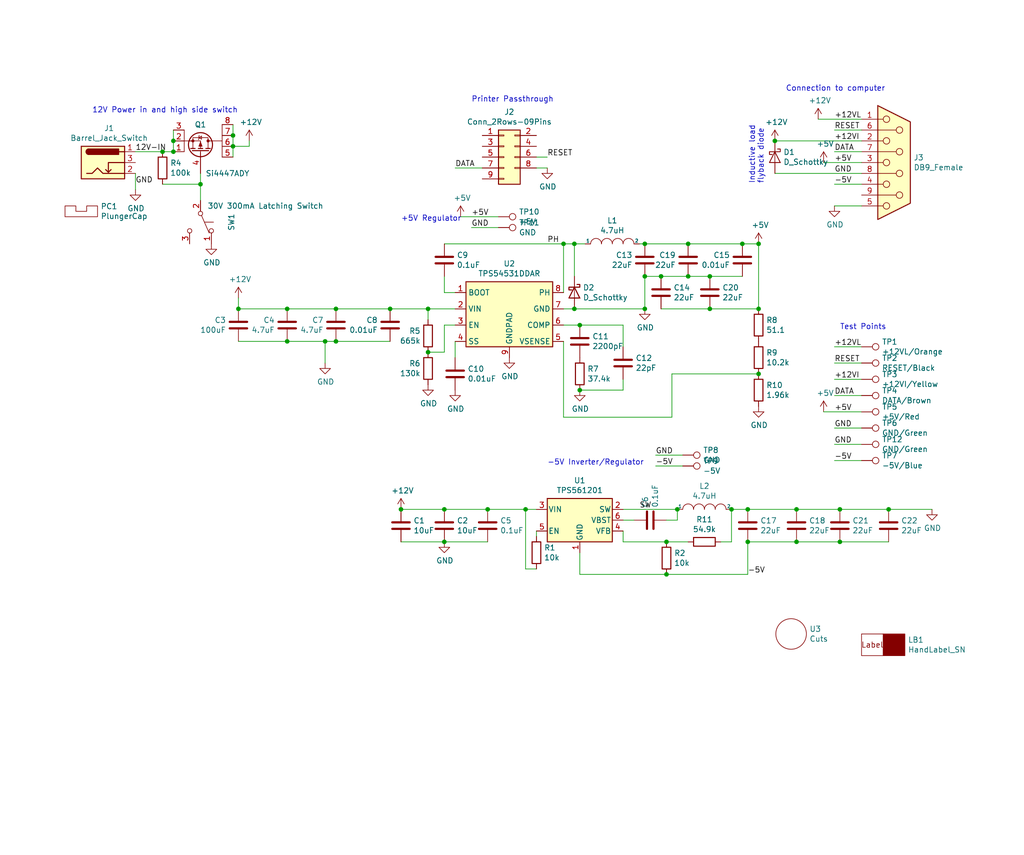
<source format=kicad_sch>
(kicad_sch (version 20211123) (generator eeschema)
  (paper "User" 240.005 200.381)
  (title_block (title "AdamPSU") (date "2019-10-23") (rev "1") (company "AkBKukU"))
  (lib_symbols
    (symbol "Connector:TestPoint" (pin_numbers hide) (pin_names (offset 0.762) hide)
      (property "Reference" "TP" (at 0 6.858 0))
      (property "Value" "TestPoint" (at 0 5.08 0))
      (symbol "TestPoint_1_1"
        (pin passive line (at 0 0 90) (length 2.54) (name "1") (number "1"))
      )
    )
    (symbol "Custom:Cuts" (pin_names (offset 1.016))
      (property "Reference" "U" (at 0 0 0))
      (property "Value" "Cuts" (at 0 -1.27 0))
    )
    (symbol "Custom:HandLabel_SN" (pin_names (offset 1.016))
      (property "Reference" "LB" (at 0 -5.08 0))
      (property "Value" "HandLabel_SN" (at 0 5.08 0))
      (symbol "HandLabel_SN_0_0"
        (text "Label" (at -2.54 0 0) (effects (font (size 1.27 1.27))))
      )
    )
    (symbol "Custom:PlungerCap" (pin_names (offset 1.016))
      (property "Reference" "PC" (at -6.35 0 0))
      (property "Value" "PlungerCap" (at 2.54 -2.54 0))
    )
    (symbol "Custom:Si4447ADY" (pin_names (offset 0) hide)
      (property "Reference" "Q" (at 5.08 1.27 0))
      (property "Value" "Si4447ADY" (at 5.08 -1.27 0))
      (symbol "Si4447ADY_0_0"
        (pin passive line (at 3.81 -7.62 90) (length 2.54) (name "D") (number "7"))
        (pin passive line (at 6.35 -7.62 90) (length 2.54) (name "D") (number "8"))
      )
      (symbol "Si4447ADY_1_1"
        (pin passive line (at 0 6.35 270) (length 2.54) (name "S") (number "1"))
        (pin passive line (at 2.54 6.35 270) (length 2.54) (name "S") (number "2"))
        (pin passive line (at 5.08 6.35 270) (length 2.54) (name "S") (number "3"))
        (pin input line (at -5.08 0 0) (length 5.0038) (name "G") (number "4"))
        (pin passive line (at -1.27 -7.62 90) (length 2.54) (name "D") (number "5"))
        (pin passive line (at 1.27 -7.62 90) (length 2.54) (name "D") (number "6"))
      )
    )
    (symbol "Custom:TPS54531DDAR"
      (property "Reference" "U" (at -10.16 8.89 0))
      (property "Value" "TPS54531DDAR" (at -1.27 8.89 0))
      (symbol "TPS54531DDAR_1_1"
        (pin output line (at -12.7 5.08 0) (length 2.54) (name "BOOT") (number "1"))
        (pin power_in line (at -12.7 1.27 0) (length 2.54) (name "VIN") (number "2"))
        (pin input line (at -12.7 -2.54 0) (length 2.54) (name "EN") (number "3"))
        (pin input line (at -12.7 -6.35 0) (length 2.54) (name "SS") (number "4"))
        (pin input line (at 12.7 -6.35 180) (length 2.54) (name "VSENSE") (number "5"))
        (pin output line (at 12.7 -2.54 180) (length 2.54) (name "COMP") (number "6"))
        (pin power_in line (at 12.7 1.27 180) (length 2.54) (name "GND") (number "7"))
        (pin power_out line (at 12.7 5.08 180) (length 2.54) (name "PH") (number "8"))
        (pin power_in line (at 0 -10.16 90) (length 2.54) (name "GNDPAD") (number "9"))
      )
    )
    (symbol "Custom:TPS561201" (pin_names (offset 0.254))
      (property "Reference" "U" (at -7.62 6.35 0))
      (property "Value" "TPS561201" (at -2.54 6.35 0))
      (symbol "TPS561201_1_1"
        (pin power_in line (at 0 -7.62 90) (length 2.54) (name "GND") (number "1"))
        (pin output line (at 10.16 2.54 180) (length 2.54) (name "SW") (number "2"))
        (pin power_in line (at -10.16 2.54 0) (length 2.54) (name "VIN") (number "3"))
        (pin input line (at 10.16 -2.54 180) (length 2.54) (name "VFB") (number "4"))
        (pin input line (at -10.16 -2.54 0) (length 2.54) (name "EN") (number "5"))
        (pin input line (at 10.16 0 180) (length 2.54) (name "VBST") (number "6"))
      )
    )
    (symbol "Device:C" (pin_numbers hide) (pin_names (offset 0.254))
      (property "Reference" "C" (at 0.635 2.54 0))
      (property "Value" "C" (at 0.635 -2.54 0))
      (symbol "C_1_1"
        (pin passive line (at 0 3.81 270) (length 2.794) (name "~") (number "1"))
        (pin passive line (at 0 -3.81 90) (length 2.794) (name "~") (number "2"))
      )
    )
    (symbol "Device:D_Schottky" (pin_numbers hide) (pin_names (offset 1.016) hide)
      (property "Reference" "D" (at 0 2.54 0))
      (property "Value" "D_Schottky" (at 0 -2.54 0))
      (symbol "D_Schottky_1_1"
        (pin passive line (at -3.81 0 0) (length 2.54) (name "K") (number "1"))
        (pin passive line (at 3.81 0 180) (length 2.54) (name "A") (number "2"))
      )
    )
    (symbol "Device:R" (pin_numbers hide) (pin_names (offset 0))
      (property "Reference" "R" (at 2.032 0 90))
      (property "Value" "R" (at 0 0 90))
      (symbol "R_1_1"
        (pin passive line (at 0 3.81 270) (length 1.27) (name "~") (number "1"))
        (pin passive line (at 0 -3.81 90) (length 1.27) (name "~") (number "2"))
      )
    )
    (symbol "adampsu-rescue:+12V-power" (power) (pin_names (offset 0))
      (property "Value" "+12V-power" (at 0 3.556 0))
      (symbol "+12V-power_1_1"
        (pin power_in line (at 0 0 90) (length 0) hide (name "+12V") (number "1"))
      )
    )
    (symbol "adampsu-rescue:+5V-power" (power) (pin_names (offset 0))
      (property "Value" "+5V-power" (at 0 3.556 0))
      (symbol "+5V-power_1_1"
        (pin power_in line (at 0 0 90) (length 0) hide (name "+5V") (number "1"))
      )
    )
    (symbol "adampsu-rescue:B240-Diode" (pin_numbers hide) (pin_names (offset 1.016) hide)
      (property "Reference" "D" (at 0 2.54 0))
      (property "Value" "B240-Diode" (at 0 -2.54 0))
      (symbol "B240-Diode_1_1"
        (pin passive line (at -3.81 0 0) (length 2.54) (name "K") (number "1"))
        (pin passive line (at 3.81 0 180) (length 2.54) (name "A") (number "2"))
      )
    )
    (symbol "adampsu-rescue:Barrel_Jack_Switch-Connector" (pin_names hide)
      (property "Reference" "J" (at 0 5.334 0))
      (property "Value" "Barrel_Jack_Switch-Connector" (at 0 -5.08 0))
      (symbol "Barrel_Jack_Switch-Connector_1_1"
        (pin passive line (at 7.62 2.54 180) (length 2.54) (name "~") (number "1"))
        (pin passive line (at 7.62 -2.54 180) (length 2.54) (name "~") (number "2"))
        (pin passive line (at 7.62 0 180) (length 2.54) (name "~") (number "3"))
      )
    )
    (symbol "adampsu-rescue:C-Device" (pin_numbers hide) (pin_names (offset 0.254))
      (property "Reference" "C" (at 0.635 2.54 0))
      (property "Value" "C-Device" (at 0.635 -2.54 0))
      (symbol "C-Device_1_1"
        (pin passive line (at 0 3.81 270) (length 2.794) (name "~") (number "1"))
        (pin passive line (at 0 -3.81 90) (length 2.794) (name "~") (number "2"))
      )
    )
    (symbol "adampsu-rescue:Conn_2Rows-09Pins-Connector_Generic" (pin_names (offset 1.016) hide)
      (property "Reference" "J" (at 1.27 7.62 0))
      (property "Value" "Conn_2Rows-09Pins-Connector_Generic" (at 1.27 -7.62 0))
      (symbol "Conn_2Rows-09Pins-Connector_Generic_1_1"
        (pin passive line (at -5.08 5.08 0) (length 3.81) (name "Pin_1") (number "1"))
        (pin passive line (at 7.62 5.08 180) (length 3.81) (name "Pin_2") (number "2"))
        (pin passive line (at -5.08 2.54 0) (length 3.81) (name "Pin_3") (number "3"))
        (pin passive line (at 7.62 2.54 180) (length 3.81) (name "Pin_4") (number "4"))
        (pin passive line (at -5.08 0 0) (length 3.81) (name "Pin_5") (number "5"))
        (pin passive line (at 7.62 0 180) (length 3.81) (name "Pin_6") (number "6"))
        (pin passive line (at -5.08 -2.54 0) (length 3.81) (name "Pin_7") (number "7"))
        (pin passive line (at 7.62 -2.54 180) (length 3.81) (name "Pin_8") (number "8"))
        (pin passive line (at -5.08 -5.08 0) (length 3.81) (name "Pin_9") (number "9"))
      )
    )
    (symbol "adampsu-rescue:DB9_Female-Connector" (pin_names (offset 1.016) hide)
      (property "Reference" "J" (at 0 13.97 0))
      (property "Value" "DB9_Female-Connector" (at 0 -14.605 0))
      (symbol "DB9_Female-Connector_1_1"
        (pin passive line (at -7.62 10.16 0) (length 3.81) (name "1") (number "1"))
        (pin passive line (at -7.62 5.08 0) (length 3.81) (name "2") (number "2"))
        (pin passive line (at -7.62 0 0) (length 3.81) (name "3") (number "3"))
        (pin passive line (at -7.62 -5.08 0) (length 3.81) (name "4") (number "4"))
        (pin passive line (at -7.62 -10.16 0) (length 3.81) (name "5") (number "5"))
        (pin passive line (at -7.62 7.62 0) (length 3.81) (name "6") (number "6"))
        (pin passive line (at -7.62 2.54 0) (length 3.81) (name "7") (number "7"))
        (pin passive line (at -7.62 -2.54 0) (length 3.81) (name "8") (number "8"))
        (pin passive line (at -7.62 -7.62 0) (length 3.81) (name "9") (number "9"))
      )
    )
    (symbol "adampsu-rescue:GND-power" (power) (pin_names (offset 0))
      (property "Value" "GND-power" (at 0 -3.81 0))
      (symbol "GND-power_1_1"
        (pin power_in line (at 0 0 270) (length 0) hide (name "GND") (number "1"))
      )
    )
    (symbol "adampsu-rescue:SW_Push_SPDT-Switch" (pin_names (offset 0) hide)
      (property "Reference" "SW" (at 0 4.318 0))
      (property "Value" "SW_Push_SPDT-Switch" (at 0 -5.08 0))
      (symbol "SW_Push_SPDT-Switch_1_1"
        (pin passive line (at 5.08 2.54 180) (length 2.54) (name "A") (number "1"))
        (pin passive line (at -5.08 0 0) (length 2.54) (name "B") (number "2"))
        (pin passive line (at 5.08 -2.54 180) (length 2.54) (name "C") (number "3"))
      )
    )
    (symbol "power:+5V" (power) (pin_names (offset 0))
      (property "Value" "+5V" (at 0 3.556 0))
      (symbol "+5V_1_1"
        (pin power_in line (at 0 0 90) (length 0) hide (name "+5V") (number "1"))
      )
    )
    (symbol "power:GND" (power) (pin_names (offset 0))
      (property "Value" "GND" (at 0 -3.81 0))
      (symbol "GND_1_1"
        (pin power_in line (at 0 0 270) (length 0) hide (name "GND") (number "1"))
      )
    )
    (symbol "pspice:INDUCTOR" (pin_numbers hide) (pin_names (offset 0))
      (property "Reference" "L" (at 0 2.54 0))
      (property "Value" "INDUCTOR" (at 0 -1.27 0))
      (symbol "INDUCTOR_1_1"
        (pin input line (at -6.35 0 0) (length 1.27) (name "1") (number "1"))
        (pin input line (at 6.35 0 180) (length 1.27) (name "2") (number "2"))
      )
    )
  )
  (junction (at 177.8 57.15))
  (junction (at 40.64 35.56))
  (junction (at 166.37 64.77))
  (junction (at 158.75 119.38))
  (junction (at 173.99 57.15))
  (junction (at 186.69 119.38))
  (junction (at 177.8 72.39))
  (junction (at 114.3 119.38))
  (junction (at 196.85 127))
  (junction (at 151.13 72.39))
  (junction (at 134.62 72.39))
  (junction (at 55.88 72.39))
  (junction (at 54.61 31.75))
  (junction (at 123.19 119.38))
  (junction (at 76.2 80.01))
  (junction (at 78.74 72.39))
  (junction (at 78.74 80.01))
  (junction (at 104.14 119.38))
  (junction (at 132.08 57.15))
  (junction (at 38.1 35.56))
  (junction (at 161.29 57.15))
  (junction (at 208.28 119.38))
  (junction (at 181.61 33.02))
  (junction (at 67.31 72.39))
  (junction (at 161.29 64.77))
  (junction (at 186.69 127))
  (junction (at 91.44 72.39))
  (junction (at 54.61 34.29))
  (junction (at 156.21 127))
  (junction (at 171.45 119.38))
  (junction (at 93.98 119.38))
  (junction (at 196.85 119.38))
  (junction (at 104.14 127))
  (junction (at 134.62 57.15))
  (junction (at 175.26 119.38))
  (junction (at 100.33 82.55))
  (junction (at 156.21 134.62))
  (junction (at 135.89 76.2))
  (junction (at 175.26 127))
  (junction (at 46.99 43.18))
  (junction (at 177.8 87.63))
  (junction (at 100.33 72.39))
  (junction (at 154.94 64.77))
  (junction (at 135.89 91.44))
  (junction (at 40.64 33.02))
  (junction (at 151.13 64.77))
  (junction (at 166.37 72.39))
  (junction (at 151.13 57.15))
  (junction (at 67.31 80.01))
  (wire (pts (xy 78.74 72.39) (xy 67.31 72.39)))
  (wire (pts (xy 123.19 133.35) (xy 123.19 119.38)))
  (wire (pts (xy 114.3 127) (xy 104.14 127)))
  (wire (pts (xy 201.93 48.26) (xy 195.58 48.26)))
  (wire (pts (xy 201.93 81.28) (xy 195.58 81.28)))
  (wire (pts (xy 177.8 72.39) (xy 166.37 72.39)))
  (wire (pts (xy 201.93 85.09) (xy 195.58 85.09)))
  (wire (pts (xy 55.88 69.85) (xy 55.88 72.39)))
  (wire (pts (xy 166.37 64.77) (xy 173.99 64.77)))
  (wire (pts (xy 91.44 80.01) (xy 78.74 80.01)))
  (wire (pts (xy 157.48 97.79) (xy 132.08 97.79)))
  (wire (pts (xy 208.28 127) (xy 196.85 127)))
  (wire (pts (xy 76.2 80.01) (xy 78.74 80.01)))
  (wire (pts (xy 186.69 119.38) (xy 196.85 119.38)))
  (wire (pts (xy 46.99 43.18) (xy 46.99 46.99)))
  (wire (pts (xy 114.3 119.38) (xy 123.19 119.38)))
  (wire (pts (xy 106.68 39.37) (xy 113.03 39.37)))
  (wire (pts (xy 171.45 119.38) (xy 175.26 119.38)))
  (wire (pts (xy 107.95 50.8) (xy 116.84 50.8)))
  (wire (pts (xy 54.61 29.21) (xy 54.61 31.75)))
  (wire (pts (xy 31.75 35.56) (xy 38.1 35.56)))
  (wire (pts (xy 135.89 76.2) (xy 146.05 76.2)))
  (wire (pts (xy 175.26 119.38) (xy 186.69 119.38)))
  (wire (pts (xy 58.42 34.29) (xy 58.42 33.02)))
  (wire (pts (xy 156.21 121.92) (xy 158.75 121.92)))
  (wire (pts (xy 154.94 64.77) (xy 161.29 64.77)))
  (wire (pts (xy 54.61 31.75) (xy 54.61 34.29)))
  (wire (pts (xy 201.93 107.95) (xy 195.58 107.95)))
  (wire (pts (xy 177.8 87.63) (xy 157.48 87.63)))
  (wire (pts (xy 181.61 33.02) (xy 201.93 33.02)))
  (wire (pts (xy 201.93 43.18) (xy 195.58 43.18)))
  (wire (pts (xy 135.89 134.62) (xy 135.89 129.54)))
  (wire (pts (xy 156.21 127) (xy 146.05 127)))
  (wire (pts (xy 104.14 119.38) (xy 114.3 119.38)))
  (wire (pts (xy 125.73 39.37) (xy 128.27 39.37)))
  (wire (pts (xy 104.14 68.58) (xy 106.68 68.58)))
  (wire (pts (xy 151.13 57.15) (xy 161.29 57.15)))
  (wire (pts (xy 125.73 36.83) (xy 128.27 36.83)))
  (wire (pts (xy 40.64 33.02) (xy 40.64 35.56)))
  (wire (pts (xy 196.85 119.38) (xy 208.28 119.38)))
  (wire (pts (xy 123.19 119.38) (xy 125.73 119.38)))
  (wire (pts (xy 132.08 57.15) (xy 132.08 68.58)))
  (wire (pts (xy 195.58 104.14) (xy 201.93 104.14)))
  (wire (pts (xy 161.29 64.77) (xy 166.37 64.77)))
  (wire (pts (xy 208.28 119.38) (xy 218.44 119.38)))
  (wire (pts (xy 104.14 127) (xy 93.98 127)))
  (wire (pts (xy 54.61 34.29) (xy 54.61 36.83)))
  (wire (pts (xy 146.05 88.9) (xy 146.05 91.44)))
  (wire (pts (xy 201.93 35.56) (xy 195.58 35.56)))
  (wire (pts (xy 177.8 57.15) (xy 177.8 72.39)))
  (wire (pts (xy 193.04 38.1) (xy 201.93 38.1)))
  (wire (pts (xy 78.74 72.39) (xy 91.44 72.39)))
  (wire (pts (xy 132.08 80.01) (xy 132.08 97.79)))
  (wire (pts (xy 125.73 124.46) (xy 125.73 125.73)))
  (wire (pts (xy 161.29 127) (xy 156.21 127)))
  (wire (pts (xy 132.08 72.39) (xy 134.62 72.39)))
  (wire (pts (xy 67.31 80.01) (xy 76.2 80.01)))
  (wire (pts (xy 54.61 34.29) (xy 58.42 34.29)))
  (wire (pts (xy 134.62 57.15) (xy 134.62 64.77)))
  (wire (pts (xy 156.21 134.62) (xy 135.89 134.62)))
  (wire (pts (xy 104.14 64.77) (xy 104.14 68.58)))
  (wire (pts (xy 146.05 127) (xy 146.05 124.46)))
  (wire (pts (xy 151.13 64.77) (xy 154.94 64.77)))
  (wire (pts (xy 193.04 96.52) (xy 201.93 96.52)))
  (wire (pts (xy 195.58 100.33) (xy 201.93 100.33)))
  (wire (pts (xy 146.05 91.44) (xy 135.89 91.44)))
  (wire (pts (xy 110.49 53.34) (xy 116.84 53.34)))
  (wire (pts (xy 125.73 133.35) (xy 123.19 133.35)))
  (wire (pts (xy 181.61 40.64) (xy 201.93 40.64)))
  (wire (pts (xy 100.33 72.39) (xy 106.68 72.39)))
  (wire (pts (xy 38.1 35.56) (xy 40.64 35.56)))
  (wire (pts (xy 76.2 85.09) (xy 76.2 80.01)))
  (wire (pts (xy 38.1 43.18) (xy 46.99 43.18)))
  (wire (pts (xy 151.13 72.39) (xy 151.13 64.77)))
  (wire (pts (xy 40.64 30.48) (xy 40.64 33.02)))
  (wire (pts (xy 146.05 121.92) (xy 148.59 121.92)))
  (wire (pts (xy 156.21 134.62) (xy 175.26 134.62)))
  (wire (pts (xy 166.37 72.39) (xy 154.94 72.39)))
  (wire (pts (xy 55.88 80.01) (xy 67.31 80.01)))
  (wire (pts (xy 186.69 127) (xy 196.85 127)))
  (wire (pts (xy 104.14 76.2) (xy 106.68 76.2)))
  (wire (pts (xy 149.86 57.15) (xy 151.13 57.15)))
  (wire (pts (xy 106.68 80.01) (xy 106.68 83.82)))
  (wire (pts (xy 132.08 57.15) (xy 134.62 57.15)))
  (wire (pts (xy 153.67 106.68) (xy 160.02 106.68)))
  (wire (pts (xy 146.05 76.2) (xy 146.05 81.28)))
  (wire (pts (xy 100.33 82.55) (xy 104.14 82.55)))
  (wire (pts (xy 31.75 44.45) (xy 31.75 40.64)))
  (wire (pts (xy 158.75 119.38) (xy 146.05 119.38)))
  (wire (pts (xy 100.33 72.39) (xy 100.33 74.93)))
  (wire (pts (xy 175.26 127) (xy 175.26 134.62)))
  (wire (pts (xy 158.75 121.92) (xy 158.75 119.38)))
  (wire (pts (xy 104.14 57.15) (xy 132.08 57.15)))
  (wire (pts (xy 201.93 92.71) (xy 195.58 92.71)))
  (wire (pts (xy 161.29 57.15) (xy 173.99 57.15)))
  (wire (pts (xy 134.62 72.39) (xy 151.13 72.39)))
  (wire (pts (xy 132.08 76.2) (xy 135.89 76.2)))
  (wire (pts (xy 171.45 127) (xy 171.45 119.38)))
  (wire (pts (xy 201.93 30.48) (xy 195.58 30.48)))
  (wire (pts (xy 160.02 109.22) (xy 153.67 109.22)))
  (wire (pts (xy 134.62 57.15) (xy 137.16 57.15)))
  (wire (pts (xy 195.58 88.9) (xy 201.93 88.9)))
  (wire (pts (xy 157.48 87.63) (xy 157.48 97.79)))
  (wire (pts (xy 104.14 119.38) (xy 93.98 119.38)))
  (wire (pts (xy 104.14 82.55) (xy 104.14 76.2)))
  (wire (pts (xy 168.91 127) (xy 171.45 127)))
  (wire (pts (xy 67.31 72.39) (xy 55.88 72.39)))
  (wire (pts (xy 191.77 27.94) (xy 201.93 27.94)))
  (wire (pts (xy 46.99 40.64) (xy 46.99 43.18)))
  (wire (pts (xy 91.44 72.39) (xy 100.33 72.39)))
  (wire (pts (xy 173.99 57.15) (xy 177.8 57.15)))
  (wire (pts (xy 186.69 127) (xy 175.26 127)))
  (text "+5V Regulator" (at 93.98 52.07 0) (effects (font (size 1.27 1.27)) (justify left bottom)))
  (text "-5V Inverter/Regulator" (at 128.27 109.22 0) (effects (font (size 1.27 1.27)) (justify left bottom)))
  (text "Test Points" (at 196.85 77.47 0) (effects (font (size 1.27 1.27)) (justify left bottom)))
  (text "Inductive load \nflyback diode" (at 179.07 43.18 90) (effects (font (size 1.27 1.27)) (justify left bottom)))
  (text "Printer Passthrough" (at 110.49 24.13 0) (effects (font (size 1.27 1.27)) (justify left bottom)))
  (text "12V Power in and high side switch" (at 21.59 26.67 0) (effects (font (size 1.27 1.27)) (justify left bottom)))
  (text "Connection to computer" (at 184.15 21.59 0) (effects (font (size 1.27 1.27)) (justify left bottom)))
  (label "SW" (at 149.86 119.38 0))
  (label "-5V" (at 195.58 43.18 0))
  (label "GND" (at 195.58 100.33 0))
  (label "-5V" (at 153.67 109.22 0))
  (label "+5V" (at 195.58 96.52 0))
  (label "+12VL" (at 195.58 27.94 0))
  (label "GND" (at 153.67 106.68 0))
  (label "GND" (at 31.75 43.18 0))
  (label "GND" (at 110.49 53.34 0))
  (label "+12VI" (at 195.58 33.02 0))
  (label "DATA" (at 106.68 39.37 0))
  (label "+12VI" (at 195.58 88.9 0))
  (label "-5V" (at 175.26 134.62 0))
  (label "-5V" (at 195.58 107.95 0))
  (label "PH" (at 128.27 57.15 0))
  (label "GND" (at 195.58 104.14 0))
  (label "GND" (at 195.58 40.64 0))
  (label "DATA" (at 195.58 92.71 0))
  (label "+5V" (at 195.58 38.1 0))
  (label "RESET" (at 128.27 36.83 0))
  (label "DATA" (at 195.58 35.56 0))
  (label "+5V" (at 110.49 50.8 0))
  (label "+12VL" (at 195.58 81.28 0))
  (label "RESET" (at 195.58 85.09 0))
  (label "RESET" (at 195.58 30.48 0))
  (label "12V-IN" (at 31.75 35.56 0))
  (symbol (lib_id "adampsu-rescue:Barrel_Jack_Switch-Connector") (at 24.13 38.1 0) (unit 1)
    (property "Reference" "J1" (at 25.5778 30.0482 0))
    (property "Value" "Barrel_Jack_Switch" (at 25.5778 32.3596 0))
    (property "Footprint" "adampsu:BarrelJack_CUI_PJ-047AH_Horizontal" (effects hide))
    (property "Datasheet" "https://www.cuidevices.com/product/resource/pj-047ah.pdf" (effects hide))
    (property "dk" "CP-047AH-ND" (effects hide))
    (property "mfr" "PJ-047AH" (effects hide))
    (property "mouser" " 490-PJ-047AH" (effects hide))
  )
  (symbol (lib_id "adampsu-rescue:SW_Push_SPDT-Switch") (at 46.99 52.07 270) (unit 1)
    (property "Reference" "SW1" (at 54.229 52.07 0))
    (property "Value" "30V 300mA Latching Switch" (at 62.23 48.26 90))
    (property "Footprint" "adampsu:Switch-LC1258EENP" (effects hide))
    (property "Datasheet" "https://sten-eswitch-13110800-production.s3.amazonaws.com/system/asset/product_line/data_sheet/36/LC.pdf" (effects hide))
    (property "dk" "EG5886-ND" (effects hide))
    (property "mfr" "LC1258EENP" (effects hide))
    (property "mouser" "612-LC1258EENP" (effects hide))
  )
  (symbol (lib_id "adampsu-rescue:B240-Diode") (at 181.61 36.83 270) (unit 1)
    (property "Reference" "D1" (at 183.6166 35.6616 90) (effects (justify left)))
    (property "Value" "D_Schottky" (at 183.6166 37.973 90) (effects (justify left)))
    (property "Footprint" "adampsu:D_SOD-128" (effects hide))
    (property "Datasheet" "https://www.mouser.com/datasheet/2/916/PMEG4050EP-1320387.pdf" (effects hide))
    (property "dk" "1727-5842-1-ND" (effects hide))
    (property "mfr" "PMEG4050EP,115" (effects hide))
    (property "maxV" "40" (effects hide))
    (property "mouser" "963-EMK325B7226MM-TR " (effects hide))
  )
  (symbol (lib_id "adampsu-rescue:DB9_Female-Connector") (at 209.55 38.1 0) (unit 1)
    (property "Reference" "J3" (at 214.122 36.9316 0) (effects (justify left)))
    (property "Value" "DB9_Female" (at 214.122 39.243 0) (effects (justify left)))
    (property "Footprint" "Connector_Dsub:DSUB-9_Female_Vertical_P2.77x2.84mm_MountingHoles" (effects hide))
    (property "Datasheet" "http://www.assmann-wsw.com/fileadmin/datasheets/ASS_4885_CO.pdf" (effects hide))
    (property "dk" "AE10928-ND" (effects hide))
    (property "mfr" "A-DF 09 PP/Z" (effects hide))
    (property "mouser" "636-171-009-203L001" (effects hide))
  )
  (symbol (lib_id "adampsu-rescue:Conn_2Rows-09Pins-Connector_Generic") (at 118.11 36.83 0) (unit 1)
    (property "Reference" "J2" (at 119.38 26.2382 0))
    (property "Value" "Conn_2Rows-09Pins" (at 119.38 28.5496 0))
    (property "Footprint" "Connector_PinHeader_2.54mm:PinHeader_2x05_P2.54mm_Vertical" (effects hide))
    (property "dk" "1849-1002-ND" (effects hide))
    (property "mfr" "PR20205VBDN" (effects hide))
  )
  (symbol (lib_id "adampsu-rescue:GND-power") (at 128.27 39.37 0) (unit 1)
    (property "Reference" "#PWR0102" (effects hide))
    (property "Value" "GND" (at 128.397 43.7642 0))
  )
  (symbol (lib_id "adampsu-rescue:GND-power") (at 195.58 48.26 0) (unit 1)
    (property "Reference" "#PWR0103" (effects hide))
    (property "Value" "GND" (at 195.707 52.6542 0))
  )
  (symbol (lib_id "adampsu-rescue:+12V-power") (at 58.42 33.02 0) (unit 1)
    (property "Reference" "#PWR0104" (effects hide))
    (property "Value" "+12V" (at 58.801 28.6258 0))
  )
  (symbol (lib_id "adampsu-rescue:+5V-power") (at 193.04 38.1 0) (unit 1)
    (property "Reference" "#PWR0107" (effects hide))
    (property "Value" "+5V" (at 193.421 33.7058 0))
  )
  (symbol (lib_id "Custom:TPS54531DDAR") (at 119.38 73.66 0) (unit 1)
    (property "Reference" "U2" (at 119.38 61.7982 0))
    (property "Value" "TPS54531DDAR" (at 119.38 64.1096 0))
    (property "Footprint" "Package_SO:TI_SO-PowerPAD-8_ThermalVias" (effects hide))
    (property "Datasheet" "http://www.ti.com/lit/ds/symlink/tps54531.pdf" (effects hide))
    (property "dk" "296-40801-2-ND" (effects hide))
    (property "mfr" "TPS54531DDAR" (effects hide))
    (property "mouser" "595-TPS54531DDAR" (effects hide))
  )
  (symbol (lib_id "Custom:PlungerCap") (at 19.05 49.53 0) (unit 1)
    (property "Reference" "PC1" (at 23.5712 48.3616 0) (effects (justify left)))
    (property "Value" "PlungerCap" (at 23.5712 50.673 0) (effects (justify left)))
    (property "Footprint" "adampsu:PlungerCap-4JWHT" (effects hide))
    (property "Datasheet" "https://www.digikey.com/product-detail/en/e-switch/4JWHT/EG1077-ND/45809" (effects hide))
    (property "dk" "EG1077-ND" (effects hide))
    (property "mfr" "4JWHT" (effects hide))
    (property "mouser" " 612-4J-WH" (effects hide))
  )
  (symbol (lib_id "adampsu-rescue:C-Device") (at 78.74 76.2 0) (unit 1)
    (property "Reference" "C7" (at 75.8444 75.0316 0) (effects (justify right)))
    (property "Value" "4.7uF" (at 75.8444 77.343 0) (effects (justify right)))
    (property "Footprint" "Capacitor_SMD:C_0805_2012Metric_Pad1.15x1.40mm_HandSolder" (effects hide))
    (property "Datasheet" "https://ds.yuden.co.jp/TYCOMPAS/ut/detail?pn=UMK316AB7475KL-T%20%20&u=M" (effects hide))
    (property "dk" " 490-14466-2-ND" (effects hide))
    (property "mfr" "GRM21BR71C475KE51L" (effects hide))
    (property "rating" "XR7" (effects hide))
    (property "maxV" "50" (effects hide))
    (property "mouser" "81-GRM21BR71C475KE1L" (effects hide))
  )
  (symbol (lib_id "adampsu-rescue:C-Device") (at 173.99 60.96 0) (unit 1)
    (property "Reference" "C15" (at 171.0944 59.7916 0) (effects (justify right)))
    (property "Value" "0.01uF" (at 171.0944 62.103 0) (effects (justify right)))
    (property "Footprint" "Capacitor_SMD:C_0603_1608Metric_Pad1.05x0.95mm_HandSolder" (effects hide))
    (property "Datasheet" "https://api.kemet.com/component-edge/download/datasheet/C0603C103M5RACTU.pdf" (effects hide))
    (property "dk" "399-7842-1-ND" (effects hide))
    (property "mfr" "C0603C103M5RACTU" (effects hide))
    (property "rating" "XR7" (effects hide))
    (property "mouser" "80-C0603C103M5R" (effects hide))
  )
  (symbol (lib_id "adampsu-rescue:C-Device") (at 55.88 76.2 0) (unit 1)
    (property "Reference" "C3" (at 52.9844 75.0316 0) (effects (justify right)))
    (property "Value" "100uF" (at 52.9844 77.343 0) (effects (justify right)))
    (property "Footprint" "Capacitor_Tantalum_SMD:CP_EIA-7343-43_Kemet-X_Pad2.25x2.55mm_HandSolder" (effects hide))
    (property "Datasheet" "http://datasheets.avx.com/TAJ_AUTO.pdf" (effects hide))
    (property "dk" "1189-1659-1-ND" (effects hide))
    (property "mfr" "TAJD107K016TNJV" (effects hide))
    (property "rating" "XR7" (effects hide))
    (property "maxV" "16" (effects hide))
    (property "mouser" " 581-TAJD107K016TNJV" (effects hide))
  )
  (symbol (lib_id "Custom:HandLabel_SN") (at 207.01 151.13 0) (unit 1)
    (property "Reference" "LB1" (at 212.8012 149.9616 0) (effects (justify left)))
    (property "Value" "HandLabel_SN" (at 212.8012 152.273 0) (effects (justify left)))
    (property "Footprint" "adampsu:adamlabel" (effects hide))
  )
  (symbol (lib_id "Connector:TestPoint") (at 201.93 81.28 270) (unit 1)
    (property "Reference" "TP1" (at 206.7052 80.1116 90) (effects (justify left)))
    (property "Value" "+12VL/Orange" (at 206.7052 82.423 90) (effects (justify left)))
    (property "Footprint" "adampsu:TestPoint_Labeled" (effects hide))
  )
  (symbol (lib_id "adampsu-rescue:C-Device") (at 91.44 76.2 0) (unit 1)
    (property "Reference" "C8" (at 88.5444 75.0316 0) (effects (justify right)))
    (property "Value" "0.01uF" (at 88.5444 77.343 0) (effects (justify right)))
    (property "Footprint" "Capacitor_SMD:C_0603_1608Metric_Pad1.05x0.95mm_HandSolder" (effects hide))
    (property "Datasheet" "https://api.kemet.com/component-edge/download/datasheet/C0603C103M5RACTU.pdf" (effects hide))
    (property "dk" "399-7842-1-ND" (effects hide))
    (property "mfr" "C0603C103M5RACTU" (effects hide))
    (property "rating" "XR7" (effects hide))
    (property "mouser" "80-C0603C103M5R" (effects hide))
  )
  (symbol (lib_id "adampsu-rescue:GND-power") (at 76.2 85.09 0) (unit 1)
    (property "Reference" "#PWR0105" (effects hide))
    (property "Value" "GND" (at 76.327 89.4842 0))
  )
  (symbol (lib_id "adampsu-rescue:+5V-power") (at 193.04 96.52 0) (unit 1)
    (property "Reference" "#PWR0121" (effects hide))
    (property "Value" "+5V" (at 193.421 92.1258 0))
  )
  (symbol (lib_id "adampsu-rescue:+12V-power") (at 55.88 69.85 0) (unit 1)
    (property "Reference" "#PWR0120" (effects hide))
    (property "Value" "+12V" (at 56.261 65.4558 0))
  )
  (symbol (lib_id "Connector:TestPoint") (at 201.93 85.09 270) (unit 1)
    (property "Reference" "TP2" (at 206.7052 83.9216 90) (effects (justify left)))
    (property "Value" "RESET/Black" (at 206.7052 86.233 90) (effects (justify left)))
    (property "Footprint" "adampsu:TestPoint_Labeled" (effects hide))
  )
  (symbol (lib_id "Connector:TestPoint") (at 201.93 88.9 270) (unit 1)
    (property "Reference" "TP3" (at 206.7052 87.7316 90) (effects (justify left)))
    (property "Value" "+12VI/Yellow" (at 206.7052 90.043 90) (effects (justify left)))
    (property "Footprint" "adampsu:TestPoint_Labeled" (effects hide))
  )
  (symbol (lib_id "Connector:TestPoint") (at 201.93 92.71 270) (unit 1)
    (property "Reference" "TP4" (at 206.7052 91.5416 90) (effects (justify left)))
    (property "Value" "DATA/Brown" (at 206.7052 93.853 90) (effects (justify left)))
    (property "Footprint" "adampsu:TestPoint_Labeled" (effects hide))
  )
  (symbol (lib_id "Connector:TestPoint") (at 201.93 96.52 270) (unit 1)
    (property "Reference" "TP5" (at 206.7052 95.3516 90) (effects (justify left)))
    (property "Value" "+5V/Red" (at 206.7052 97.663 90) (effects (justify left)))
    (property "Footprint" "adampsu:TestPoint_Labeled" (effects hide))
  )
  (symbol (lib_id "Connector:TestPoint") (at 201.93 100.33 270) (unit 1)
    (property "Reference" "TP6" (at 206.7052 99.1616 90) (effects (justify left)))
    (property "Value" "GND/Green" (at 206.7052 101.473 90) (effects (justify left)))
    (property "Footprint" "adampsu:TestPoint_Labeled" (effects hide))
  )
  (symbol (lib_id "Connector:TestPoint") (at 201.93 107.95 270) (unit 1)
    (property "Reference" "TP7" (at 206.7052 106.7816 90) (effects (justify left)))
    (property "Value" "-5V/Blue" (at 206.7052 109.093 90) (effects (justify left)))
    (property "Footprint" "adampsu:TestPoint_Labeled" (effects hide))
  )
  (symbol (lib_id "Device:R") (at 100.33 78.74 0) (unit 1)
    (property "Reference" "R5" (at 98.5774 77.5716 0) (effects (justify right)))
    (property "Value" "665k" (at 98.5774 79.883 0) (effects (justify right)))
    (property "Footprint" "Resistor_SMD:R_0603_1608Metric_Pad1.05x0.95mm_HandSolder" (effects hide))
    (property "Datasheet" "http://www.yageo.com/documents/recent/PYu-RC_Group_51_RoHS_L_10.pdf" (effects hide))
    (property "dk" "311-665KHRCT-ND" (effects hide))
    (property "mfr" "RC0603FR-07665KL" (effects hide))
    (property "mouser" "603-RC0603FR-07665KL" (effects hide))
  )
  (symbol (lib_id "Device:R") (at 100.33 86.36 0) (unit 1)
    (property "Reference" "R6" (at 98.5774 85.1916 0) (effects (justify right)))
    (property "Value" "130k" (at 98.5774 87.503 0) (effects (justify right)))
    (property "Footprint" "Resistor_SMD:R_0603_1608Metric_Pad1.05x0.95mm_HandSolder" (effects hide))
    (property "Datasheet" "http://www.koaspeer.com/catimages/Products/RK73B/RK73B.pdf" (effects hide))
    (property "dk" "2019-RK73B1JTTD134JCT-ND" (effects hide))
    (property "mfr" "RK73B1JTTD134J" (effects hide))
    (property "mouser" "660-RK73B1JTTD134J" (effects hide))
  )
  (symbol (lib_id "adampsu-rescue:C-Device") (at 67.31 76.2 0) (unit 1)
    (property "Reference" "C4" (at 64.4144 75.0316 0) (effects (justify right)))
    (property "Value" "4.7uF" (at 64.4144 77.343 0) (effects (justify right)))
    (property "Footprint" "Capacitor_SMD:C_0805_2012Metric_Pad1.15x1.40mm_HandSolder" (effects hide))
    (property "Datasheet" "https://ds.yuden.co.jp/TYCOMPAS/ut/detail?pn=UMK316AB7475KL-T%20%20&u=M" (effects hide))
    (property "dk" " 490-14466-2-ND" (effects hide))
    (property "mfr" "GRM21BR71C475KE51L" (effects hide))
    (property "rating" "XR7" (effects hide))
    (property "maxV" "50" (effects hide))
    (property "mouser" "81-GRM21BR71C475KE1L" (effects hide))
  )
  (symbol (lib_id "adampsu-rescue:GND-power") (at 100.33 90.17 0) (unit 1)
    (property "Reference" "#PWR0106" (effects hide))
    (property "Value" "GND" (at 100.457 94.5642 0))
  )
  (symbol (lib_id "adampsu-rescue:C-Device") (at 106.68 87.63 0) (unit 1)
    (property "Reference" "C10" (at 109.601 86.4616 0) (effects (justify left)))
    (property "Value" "0.01uF" (at 109.601 88.773 0) (effects (justify left)))
    (property "Footprint" "Capacitor_SMD:C_0603_1608Metric_Pad1.05x0.95mm_HandSolder" (effects hide))
    (property "Datasheet" "https://api.kemet.com/component-edge/download/datasheet/C0603C103M5RACTU.pdf" (effects hide))
    (property "dk" "399-7842-1-ND" (effects hide))
    (property "mfr" "C0603C103M5RACTU" (effects hide))
    (property "rating" "XR7" (effects hide))
    (property "mouser" "80-C0603C103M5R" (effects hide))
  )
  (symbol (lib_id "adampsu-rescue:GND-power") (at 106.68 91.44 0) (unit 1)
    (property "Reference" "#PWR0108" (effects hide))
    (property "Value" "GND" (at 106.807 95.8342 0))
  )
  (symbol (lib_id "adampsu-rescue:GND-power") (at 119.38 83.82 0) (unit 1)
    (property "Reference" "#PWR0115" (effects hide))
    (property "Value" "GND" (at 119.507 88.2142 0))
  )
  (symbol (lib_id "Device:C") (at 114.3 123.19 0) (unit 1)
    (property "Reference" "C5" (at 117.221 122.0216 0) (effects (justify left)))
    (property "Value" "0.1uF" (at 117.221 124.333 0) (effects (justify left)))
    (property "Footprint" "Capacitor_SMD:C_0603_1608Metric_Pad1.05x0.95mm_HandSolder" (effects hide))
    (property "Datasheet" "http://www.samsungsem.com/kr/support/product-search/mlcc/CL10F104ZB8NNNC.jsp" (effects hide))
    (property "maxV" "25" (effects hide))
    (property "rating" "XR7" (effects hide))
    (property "dk" "1276-1012-2-ND" (effects hide))
    (property "mfr" "CL10F104ZB8NNNC" (effects hide))
    (property "mouser" "603-CC603KRX7R9BB104" (effects hide))
  )
  (symbol (lib_id "Device:C") (at 104.14 60.96 0) (unit 1)
    (property "Reference" "C9" (at 107.061 59.7916 0) (effects (justify left)))
    (property "Value" "0.1uF" (at 107.061 62.103 0) (effects (justify left)))
    (property "Footprint" "adampsu:C_0508_1220Metric_Pad1.40x1.15mm_HandSolder" (effects hide))
    (property "Datasheet" "https://search.murata.co.jp/Ceramy/image/img/A01X/G101/ENG/LLL216R71E104MA01-01.pdf" (effects hide))
    (property "maxV" "25" (effects hide))
    (property "rating" "XR7" (effects hide))
    (property "dk" "490-4346-1-ND" (effects hide))
    (property "mfr" "LLL216R71E104MA01L" (effects hide))
    (property "mouser" " 81-LLL216R71E104MA1L" (effects hide))
  )
  (symbol (lib_id "Custom:TPS561201") (at 135.89 121.92 0) (unit 1)
    (property "Reference" "U1" (at 135.89 112.5982 0))
    (property "Value" "TPS561201" (at 135.89 114.9096 0))
    (property "Footprint" "Package_TO_SOT_SMD:SOT-23-6_Handsoldering" (effects hide))
    (property "Datasheet" "http://www.ti.com/lit/ds/symlink/tps561201.pdf" (effects hide))
    (property "dk" " 296-47885-1-ND" (effects hide))
    (property "mfr" "TPS561201DDCR" (effects hide))
    (property "mouser" "TPS561201DDCR" (effects hide))
  )
  (symbol (lib_id "Device:D_Schottky") (at 134.62 68.58 270) (unit 1)
    (property "Reference" "D2" (at 136.6266 67.4116 90) (effects (justify left)))
    (property "Value" "D_Schottky" (at 136.6266 69.723 90) (effects (justify left)))
    (property "Footprint" "adampsu:D_SOD-128" (effects hide))
    (property "Datasheet" "https://www.mouser.com/datasheet/2/916/PMEG4050EP-1320387.pdf" (effects hide))
    (property "dk" "1727-5842-1-ND" (effects hide))
    (property "maxV" "40" (effects hide))
    (property "mfr" "PMEG4050EP,115" (effects hide))
    (property "mouser" "963-EMK325B7226MM-TR " (effects hide))
  )
  (symbol (lib_id "Device:C") (at 151.13 60.96 0) (unit 1)
    (property "Reference" "C13" (at 148.2344 59.7916 0) (effects (justify right)))
    (property "Value" "22uF" (at 148.2344 62.103 0) (effects (justify right)))
    (property "Footprint" "Capacitor_SMD:C_1206_3216Metric_Pad1.42x1.75mm_HandSolder" (effects hide))
    (property "dk" "1276-2728-1-ND" (effects hide))
    (property "mfr" "EMK316ABJ226ML-T" (effects hide))
    (property "mouser" "963-EMK316ABJ226ML-T" (effects hide))
  )
  (symbol (lib_id "Device:C") (at 161.29 60.96 0) (unit 1)
    (property "Reference" "C19" (at 158.3944 59.7916 0) (effects (justify right)))
    (property "Value" "22uF" (at 158.3944 62.103 0) (effects (justify right)))
    (property "Footprint" "Capacitor_SMD:C_1206_3216Metric_Pad1.42x1.75mm_HandSolder" (effects hide))
    (property "dk" "1276-2728-1-ND" (effects hide))
    (property "mfr" "EMK316ABJ226ML-T" (effects hide))
    (property "mouser" "963-EMK316ABJ226ML-T" (effects hide))
  )
  (symbol (lib_id "pspice:INDUCTOR") (at 143.51 57.15 0) (unit 1)
    (property "Reference" "L1" (at 143.51 51.689 0))
    (property "Value" "4.7uH" (at 143.51 54.0004 0))
    (property "Footprint" "adampsu:L_11.5x10.3_H4.8" (effects hide))
    (property "Datasheet" "http://productfinder.pulseeng.com/products/datasheets/P769.pdf" (effects hide))
    (property "dk" "553-3001-1-ND" (effects hide))
    (property "mfr" "PA4342.472NLT" (effects hide))
    (property "rating" "15.5mOhm" (effects hide))
    (property "mouser" "673-PA4342.472NLT" (effects hide))
  )
  (symbol (lib_id "Device:R") (at 125.73 129.54 180) (unit 1)
    (property "Reference" "R1" (at 127.508 128.3716 0) (effects (justify right)))
    (property "Value" "10k" (at 127.508 130.683 0) (effects (justify right)))
    (property "Footprint" "Resistor_SMD:R_0603_1608Metric_Pad1.05x0.95mm_HandSolder" (effects hide))
    (property "Datasheet" "http://www.yageo.com/documents/recent/PYu-RC_Group_51_RoHS_L_10.pdf" (effects hide))
    (property "dk" "311-1.96KHRCT-ND" (effects hide))
    (property "mfr" "RC0603FR-071K96L" (effects hide))
    (property "mouser" "603-RC0603FR-071K96L" (effects hide))
  )
  (symbol (lib_id "power:+5V") (at 177.8 57.15 0) (unit 1)
    (property "Reference" "#PWR0116" (effects hide))
    (property "Value" "+5V" (at 178.181 52.7558 0))
  )
  (symbol (lib_id "Device:C") (at 152.4 121.92 90) (unit 1)
    (property "Reference" "C6" (at 151.2316 118.999 0) (effects (justify left)))
    (property "Value" "0.1uF" (at 153.543 118.999 0) (effects (justify left)))
    (property "Footprint" "adampsu:C_0508_1220Metric_Pad1.40x1.15mm_HandSolder" (effects hide))
    (property "Datasheet" "https://search.murata.co.jp/Ceramy/image/img/A01X/G101/ENG/LLL216R71E104MA01-01.pdf" (effects hide))
    (property "maxV" "25" (effects hide))
    (property "rating" "XR7" (effects hide))
    (property "dk" "490-4346-1-ND" (effects hide))
    (property "mfr" "LLL216R71E104MA01L" (effects hide))
    (property "mouser" " 81-LLL216R71E104MA1L" (effects hide))
  )
  (symbol (lib_id "adampsu-rescue:GND-power") (at 135.89 91.44 0) (unit 1)
    (property "Reference" "#PWR0117" (effects hide))
    (property "Value" "GND" (at 136.017 95.8342 0))
  )
  (symbol (lib_id "Device:R") (at 177.8 76.2 0) (unit 1)
    (property "Reference" "R8" (at 179.578 75.0316 0) (effects (justify left)))
    (property "Value" "51.1" (at 179.578 77.343 0) (effects (justify left)))
    (property "Footprint" "Resistor_SMD:R_0603_1608Metric_Pad1.05x0.95mm_HandSolder" (effects hide))
    (property "Datasheet" "http://www.yageo.com/documents/recent/PYu-RC_Group_51_RoHS_L_10.pdf" (effects hide))
    (property "dk" "311-51.1HRCT-ND" (effects hide))
    (property "mfr" "RC0603FR-0751R1L" (effects hide))
    (property "mouser" "603-RC0603FR-0751R1L" (effects hide))
  )
  (symbol (lib_id "Device:R") (at 177.8 83.82 0) (unit 1)
    (property "Reference" "R9" (at 179.578 82.6516 0) (effects (justify left)))
    (property "Value" "10.2k" (at 179.578 84.963 0) (effects (justify left)))
    (property "Footprint" "Resistor_SMD:R_0603_1608Metric_Pad1.05x0.95mm_HandSolder" (effects hide))
    (property "Datasheet" "https://www.seielect.com/catalog/sei-rmcf_rmcp.pdf" (effects hide))
    (property "dk" "RMCF0603FT10K2CT-ND" (effects hide))
    (property "mfr" "RMCF0603FT10K2" (effects hide))
    (property "mouser" "667-ERJ-3EKF1022V" (effects hide))
  )
  (symbol (lib_id "Device:R") (at 177.8 91.44 0) (unit 1)
    (property "Reference" "R10" (at 179.578 90.2716 0) (effects (justify left)))
    (property "Value" "1.96k" (at 179.578 92.583 0) (effects (justify left)))
    (property "Footprint" "Resistor_SMD:R_0603_1608Metric_Pad1.05x0.95mm_HandSolder" (effects hide))
    (property "Datasheet" "http://www.yageo.com/documents/recent/PYu-RC_Group_51_RoHS_L_10.pdf" (effects hide))
    (property "dk" "311-1.96KHRCT-ND" (effects hide))
    (property "mfr" "RC0603FR-071K96L" (effects hide))
    (property "mouser" "603-RC0603FR-071K96L" (effects hide))
  )
  (symbol (lib_id "Device:C") (at 154.94 68.58 0) (unit 1)
    (property "Reference" "C14" (at 157.861 67.4116 0) (effects (justify left)))
    (property "Value" "22uF" (at 157.861 69.723 0) (effects (justify left)))
    (property "Footprint" "Capacitor_SMD:C_1206_3216Metric_Pad1.42x1.75mm_HandSolder" (effects hide))
    (property "dk" "1276-2728-1-ND" (effects hide))
    (property "mfr" "EMK316ABJ226ML-T" (effects hide))
    (property "mouser" "963-EMK316ABJ226ML-T" (effects hide))
  )
  (symbol (lib_id "Device:C") (at 166.37 68.58 0) (unit 1)
    (property "Reference" "C20" (at 169.291 67.4116 0) (effects (justify left)))
    (property "Value" "22uF" (at 169.291 69.723 0) (effects (justify left)))
    (property "Footprint" "Capacitor_SMD:C_1206_3216Metric_Pad1.42x1.75mm_HandSolder" (effects hide))
    (property "dk" "1276-2728-1-ND" (effects hide))
    (property "mfr" "EMK316ABJ226ML-T" (effects hide))
    (property "mouser" "963-EMK316ABJ226ML-T" (effects hide))
  )
  (symbol (lib_id "pspice:INDUCTOR") (at 165.1 119.38 0) (unit 1)
    (property "Reference" "L2" (at 165.1 113.919 0))
    (property "Value" "4.7uH" (at 165.1 116.2304 0))
    (property "Footprint" "adampsu:L_11.5x10.3_H4.8" (effects hide))
    (property "Datasheet" "http://productfinder.pulseeng.com/products/datasheets/P769.pdf" (effects hide))
    (property "dk" "553-3001-1-ND" (effects hide))
    (property "mfr" "PA4342.472NLT" (effects hide))
    (property "mouser" "673-PA4342.472NLT" (effects hide))
  )
  (symbol (lib_id "Device:C") (at 175.26 123.19 0) (unit 1)
    (property "Reference" "C17" (at 178.181 122.0216 0) (effects (justify left)))
    (property "Value" "22uF" (at 178.181 124.333 0) (effects (justify left)))
    (property "Footprint" "Capacitor_SMD:C_1206_3216Metric_Pad1.42x1.75mm_HandSolder" (effects hide))
    (property "dk" "1276-2728-1-ND" (effects hide))
    (property "mfr" "EMK316ABJ226ML-T" (effects hide))
    (property "mouser" "963-EMK316ABJ226ML-T" (effects hide))
  )
  (symbol (lib_id "Device:C") (at 186.69 123.19 0) (unit 1)
    (property "Reference" "C18" (at 189.611 122.0216 0) (effects (justify left)))
    (property "Value" "22uF" (at 189.611 124.333 0) (effects (justify left)))
    (property "Footprint" "Capacitor_SMD:C_1206_3216Metric_Pad1.42x1.75mm_HandSolder" (effects hide))
    (property "dk" "1276-2728-1-ND" (effects hide))
    (property "mfr" "EMK316ABJ226ML-T" (effects hide))
    (property "mouser" "963-EMK316ABJ226ML-T" (effects hide))
  )
  (symbol (lib_id "adampsu-rescue:GND-power") (at 177.8 95.25 0) (unit 1)
    (property "Reference" "#PWR0118" (effects hide))
    (property "Value" "GND" (at 177.927 99.6442 0))
  )
  (symbol (lib_id "Device:R") (at 165.1 127 270) (unit 1)
    (property "Reference" "R11" (at 165.1 121.7422 90))
    (property "Value" "54.9k" (at 165.1 124.0536 90))
    (property "Footprint" "Resistor_SMD:R_0603_1608Metric_Pad1.05x0.95mm_HandSolder" (effects hide))
    (property "Datasheet" "https://www.yageo.com/upload/media/product/productsearch/datasheet/rchip/PYu-RC_Group_51_RoHS_L_12.pdf" (effects hide))
    (property "mfr" "RC0603FR-0754K9L" (effects hide))
    (property "mouser" "603-RC0603FR-0754K9L" (effects hide))
    (property "dk" "311-54.9KHRCT-ND" (effects hide))
  )
  (symbol (lib_id "Device:R") (at 156.21 130.81 180) (unit 1)
    (property "Reference" "R2" (at 157.988 129.6416 0) (effects (justify right)))
    (property "Value" "10k" (at 157.988 131.953 0) (effects (justify right)))
    (property "Footprint" "Resistor_SMD:R_0603_1608Metric_Pad1.05x0.95mm_HandSolder" (effects hide))
    (property "Datasheet" "http://www.yageo.com/documents/recent/PYu-RC_Group_51_RoHS_L_10.pdf" (effects hide))
    (property "dk" "311-1.96KHRCT-ND" (effects hide))
    (property "mfr" "RC0603FR-071K96L" (effects hide))
    (property "mouser" "603-RC0603FR-071K96L" (effects hide))
  )
  (symbol (lib_id "Device:C") (at 135.89 80.01 0) (unit 1)
    (property "Reference" "C11" (at 138.811 78.8416 0) (effects (justify left)))
    (property "Value" "2200pF" (at 138.811 81.153 0) (effects (justify left)))
    (property "Footprint" "Capacitor_SMD:C_0603_1608Metric_Pad1.05x0.95mm_HandSolder" (effects hide))
    (property "Datasheet" "https://api.kemet.com/component-edge/download/datasheet/C0603C222K5RAC7411.pdf" (effects hide))
    (property "rating" "XR7" (effects hide))
    (property "dk" "399-17586-1-ND" (effects hide))
    (property "maxV" "50" (effects hide))
    (property "mfr" "C0603C222K5RAC7411" (effects hide))
    (property "mouser" "80-C0603C222K5R7411" (effects hide))
  )
  (symbol (lib_id "Device:R") (at 135.89 87.63 0) (unit 1)
    (property "Reference" "R7" (at 137.668 86.4616 0) (effects (justify left)))
    (property "Value" "37.4k" (at 137.668 88.773 0) (effects (justify left)))
    (property "Footprint" "Resistor_SMD:R_0603_1608Metric_Pad1.05x0.95mm_HandSolder" (effects hide))
    (property "Datasheet" "http://www.yageo.com/documents/recent/PYu-RC_Group_51_RoHS_L_10.pdf" (effects hide))
    (property "dk" "311-37.4KHRCT-ND" (effects hide))
    (property "mfr" "RC0603FR-0737K4L" (effects hide))
    (property "mouser" "603-RC0603FR-0737K4L" (effects hide))
  )
  (symbol (lib_id "Device:C") (at 146.05 85.09 0) (unit 1)
    (property "Reference" "C12" (at 148.971 83.9216 0) (effects (justify left)))
    (property "Value" "22pF" (at 148.971 86.233 0) (effects (justify left)))
    (property "Footprint" "Capacitor_SMD:C_0603_1608Metric_Pad1.05x0.95mm_HandSolder" (effects hide))
    (property "Datasheet" "http://datasheets.avx.com/X7RDielectric.pdf" (effects hide))
    (property "rating" "XR7" (effects hide))
    (property "dk" "478-6204-1-ND" (effects hide))
    (property "maxV" "50" (effects hide))
    (property "mfr" "06035C220JAT2A" (effects hide))
    (property "mouser" " 581-06035C220JAT2A" (effects hide))
  )
  (symbol (lib_id "adampsu-rescue:GND-power") (at 218.44 119.38 0) (unit 1)
    (property "Reference" "#PWR04" (effects hide))
    (property "Value" "GND" (at 218.567 123.7742 0))
  )
  (symbol (lib_id "adampsu-rescue:+12V-power") (at 93.98 119.38 0) (unit 1)
    (property "Reference" "#PWR01" (effects hide))
    (property "Value" "+12V" (at 94.361 114.9858 0))
  )
  (symbol (lib_id "Device:C") (at 104.14 123.19 0) (unit 1)
    (property "Reference" "C2" (at 107.061 122.0216 0) (effects (justify left)))
    (property "Value" "10uF" (at 107.061 124.333 0) (effects (justify left)))
    (property "Footprint" "Capacitor_SMD:C_0805_2012Metric_Pad1.15x1.40mm_HandSolder" (effects hide))
    (property "Datasheet" "https://search.murata.co.jp/Ceramy/image/img/A01X/G101/ENG/GRM21BC81C106KE15-01.pdf" (effects hide))
    (property "dk" "490-10498-1-ND" (effects hide))
    (property "mfr" "GRM21BC81C106KE15L" (effects hide))
    (property "mouser" "81-GRM21BC81C106KE5L" (effects hide))
  )
  (symbol (lib_id "Device:C") (at 93.98 123.19 0) (unit 1)
    (property "Reference" "C1" (at 96.901 122.0216 0) (effects (justify left)))
    (property "Value" "10uF" (at 96.901 124.333 0) (effects (justify left)))
    (property "Footprint" "Capacitor_SMD:C_0805_2012Metric_Pad1.15x1.40mm_HandSolder" (effects hide))
    (property "Datasheet" "https://search.murata.co.jp/Ceramy/image/img/A01X/G101/ENG/GRM21BC81C106KE15-01.pdf" (effects hide))
    (property "dk" "490-10498-1-ND" (effects hide))
    (property "mfr" "GRM21BC81C106KE15L" (effects hide))
    (property "mouser" "81-GRM21BC81C106KE5L" (effects hide))
  )
  (symbol (lib_id "power:GND") (at 104.14 127 0) (unit 1)
    (property "Reference" "#PWR02" (effects hide))
    (property "Value" "GND" (at 104.267 131.3942 0))
  )
  (symbol (lib_id "adampsu-rescue:+12V-power") (at 181.61 33.02 0) (unit 1)
    (property "Reference" "#PWR0109" (effects hide))
    (property "Value" "+12V-power" (at 181.991 28.6258 0))
  )
  (symbol (lib_id "adampsu-rescue:+12V-power") (at 191.77 27.94 0) (unit 1)
    (property "Reference" "#PWR0110" (effects hide))
    (property "Value" "+12V-power" (at 192.151 23.5458 0))
  )
  (symbol (lib_id "adampsu-rescue:GND-power") (at 151.13 72.39 0) (unit 1)
    (property "Reference" "#PWR0119" (effects hide))
    (property "Value" "GND" (at 151.257 76.7842 0))
  )
  (symbol (lib_id "Device:C") (at 196.85 123.19 0) (unit 1)
    (property "Reference" "C21" (at 199.771 122.0216 0) (effects (justify left)))
    (property "Value" "22uF" (at 199.771 124.333 0) (effects (justify left)))
    (property "Footprint" "Capacitor_SMD:C_1206_3216Metric_Pad1.42x1.75mm_HandSolder" (effects hide))
    (property "dk" "1276-2728-1-ND" (effects hide))
    (property "mfr" "EMK316ABJ226ML-T" (effects hide))
    (property "mouser" "963-EMK316ABJ226ML-T" (effects hide))
  )
  (symbol (lib_id "Device:C") (at 208.28 123.19 0) (unit 1)
    (property "Reference" "C22" (at 211.201 122.0216 0) (effects (justify left)))
    (property "Value" "22uF" (at 211.201 124.333 0) (effects (justify left)))
    (property "Footprint" "Capacitor_SMD:C_1206_3216Metric_Pad1.42x1.75mm_HandSolder" (effects hide))
    (property "dk" "1276-2728-1-ND" (effects hide))
    (property "mfr" "EMK316ABJ226ML-T" (effects hide))
    (property "mouser" "963-EMK316ABJ226ML-T" (effects hide))
  )
  (symbol (lib_id "Connector:TestPoint") (at 201.93 104.14 270) (unit 1)
    (property "Reference" "TP12" (at 206.7052 102.9716 90) (effects (justify left)))
    (property "Value" "GND/Green" (at 206.7052 105.283 90) (effects (justify left)))
    (property "Footprint" "adampsu:TestPoint_Labeled" (effects hide))
  )
  (symbol (lib_id "adampsu-rescue:GND-power") (at 31.75 44.45 0) (unit 1)
    (property "Reference" "#PWR0101" (effects hide))
    (property "Value" "GND" (at 31.877 48.8442 0))
  )
  (symbol (lib_id "adampsu-rescue:+5V-power") (at 107.95 50.8 0) (unit 1)
    (property "Reference" "#PWR0111" (effects hide))
    (property "Value" "+5V" (at 108.331 46.4058 0))
  )
  (symbol (lib_id "Connector:TestPoint") (at 116.84 50.8 270) (unit 1)
    (property "Reference" "TP10" (at 121.6152 49.6316 90) (effects (justify left)))
    (property "Value" "+5V" (at 121.6152 51.943 90) (effects (justify left)))
    (property "Footprint" "adampsu:TestPoint_Labeled" (effects hide))
  )
  (symbol (lib_id "Connector:TestPoint") (at 116.84 53.34 270) (unit 1)
    (property "Reference" "TP11" (at 121.6152 52.1716 90) (effects (justify left)))
    (property "Value" "GND" (at 121.6152 54.483 90) (effects (justify left)))
    (property "Footprint" "adampsu:TestPoint_Labeled" (effects hide))
  )
  (symbol (lib_id "Connector:TestPoint") (at 160.02 106.68 270) (unit 1)
    (property "Reference" "TP8" (at 164.7952 105.5116 90) (effects (justify left)))
    (property "Value" "GND" (at 164.7952 107.823 90) (effects (justify left)))
    (property "Footprint" "adampsu:TestPoint_Labeled" (effects hide))
  )
  (symbol (lib_id "Connector:TestPoint") (at 160.02 109.22 270) (unit 1)
    (property "Reference" "TP9" (at 164.7952 108.0516 90) (effects (justify left)))
    (property "Value" "-5V" (at 164.7952 110.363 90) (effects (justify left)))
    (property "Footprint" "adampsu:TestPoint_Labeled" (effects hide))
  )
  (symbol (lib_id "Device:R") (at 38.1 39.37 0) (unit 1)
    (property "Reference" "R4" (at 39.878 38.2016 0) (effects (justify left)))
    (property "Value" "100k" (at 39.878 40.513 0) (effects (justify left)))
    (property "Footprint" "Resistor_SMD:R_0603_1608Metric_Pad1.05x0.95mm_HandSolder" (effects hide))
  )
  (symbol (lib_id "adampsu-rescue:GND-power") (at 49.53 57.15 0) (unit 1)
    (property "Reference" "#PWR0113" (effects hide))
    (property "Value" "GND" (at 49.657 61.5442 0))
  )
  (symbol (lib_id "Custom:Si4447ADY") (at 46.99 35.56 90) (unit 1)
    (property "Reference" "Q1" (at 46.99 29.21 90))
    (property "Value" "Si4447ADY" (at 53.34 40.64 90))
    (property "Footprint" "Package_SO:SO-8_3.9x4.9mm_P1.27mm" (effects hide))
    (property "Datasheet" "http://www.vishay.com/docs/67189/si4447ad.pdf" (effects hide))
    (property "dk" "SI4447ADY-T1-GE3DKR-ND" (effects hide))
    (property "mfr" "SI4447ADY-T1-GE3" (effects hide))
  )
  (symbol (lib_id "Custom:Cuts") (at 185.42 148.59 0) (unit 1)
    (property "Reference" "U3" (at 189.7126 147.4216 0) (effects (justify left)))
    (property "Value" "Cuts" (at 189.7126 149.733 0) (effects (justify left)))
    (property "Footprint" "adampsu:DB9-SpotMount" (effects hide))
  )
)
</source>
